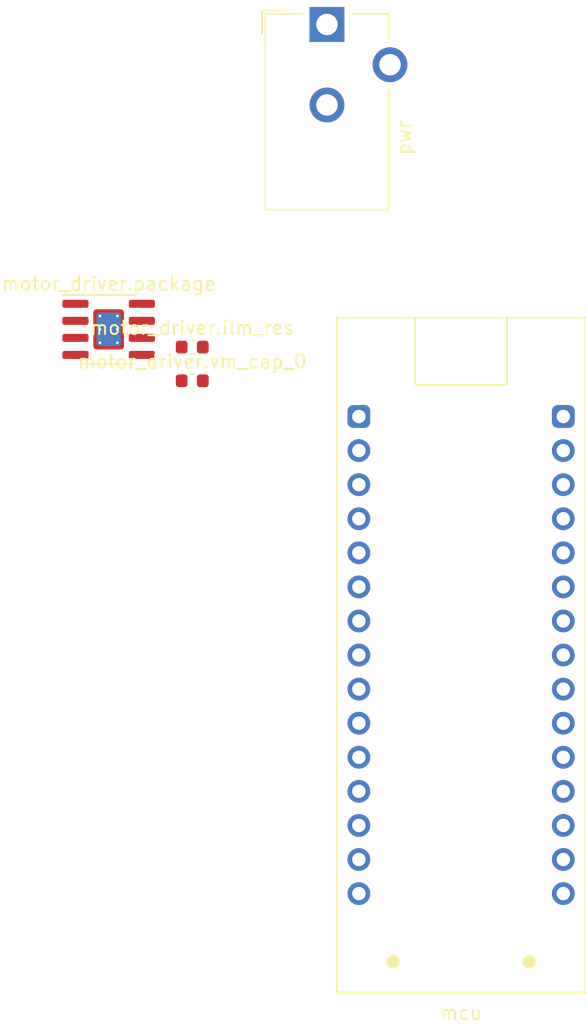
<source format=kicad_pcb>
(kicad_pcb (version 20171130) (host pcbnew "(5.1.2)-1")

  (general
    (thickness 1.6)
    (drawings 0)
    (tracks 0)
    (zones 0)
    (modules 5)
    (nets 6)
  )

  (page A4)
  (layers
    (0 F.Cu signal)
    (31 B.Cu signal)
    (32 B.Adhes user)
    (33 F.Adhes user)
    (34 B.Paste user)
    (35 F.Paste user)
    (36 B.SilkS user)
    (37 F.SilkS user)
    (38 B.Mask user)
    (39 F.Mask user)
    (40 Dwgs.User user)
    (41 Cmts.User user)
    (42 Eco1.User user)
    (43 Eco2.User user)
    (44 Edge.Cuts user)
    (45 Margin user)
    (46 B.CrtYd user hide)
    (47 F.CrtYd user hide)
    (48 B.Fab user hide)
    (49 F.Fab user hide)
  )

  (setup
    (last_trace_width 0.16)
    (user_trace_width 0.16)
    (user_trace_width 0.25)
    (user_trace_width 0.5)
    (user_trace_width 1)
    (trace_clearance 0.16)
    (zone_clearance 0.254)
    (zone_45_only no)
    (trace_min 0.16)
    (via_size 0.8)
    (via_drill 0.4)
    (via_min_size 0.4)
    (via_min_drill 0.3)
    (user_via 1.2 0.8)
    (uvia_size 0.3)
    (uvia_drill 0.1)
    (uvias_allowed no)
    (uvia_min_size 0.2)
    (uvia_min_drill 0.1)
    (edge_width 0.05)
    (segment_width 0.2)
    (pcb_text_width 0.3)
    (pcb_text_size 1.5 1.5)
    (mod_edge_width 0.12)
    (mod_text_size 1 1)
    (mod_text_width 0.15)
    (pad_size 1.524 1.524)
    (pad_drill 0.762)
    (pad_to_mask_clearance 0.051)
    (solder_mask_min_width 0.25)
    (aux_axis_origin 0 0)
    (grid_origin 165 16)
    (visible_elements 7FFFFFFF)
    (pcbplotparams
      (layerselection 0x010fc_ffffffff)
      (usegerberextensions false)
      (usegerberattributes false)
      (usegerberadvancedattributes false)
      (creategerberjobfile false)
      (excludeedgelayer true)
      (linewidth 0.100000)
      (plotframeref false)
      (viasonmask false)
      (mode 1)
      (useauxorigin false)
      (hpglpennumber 1)
      (hpglpenspeed 20)
      (hpglpendiameter 15.000000)
      (psnegative false)
      (psa4output false)
      (plotreference true)
      (plotvalue true)
      (plotinvisibletext false)
      (padsonsilk false)
      (subtractmaskfromsilk false)
      (outputformat 1)
      (mirror false)
      (drillshape 1)
      (scaleselection 1)
      (outputdirectory ""))
  )

  (net 0 "")
  (net 1 mcu.digital_17)
  (net 2 motor_driver.in1)
  (net 3 motor_driver.ilm_res.a)
  (net 4 pwr.gnd)
  (net 5 pwr.pwr)

  (net_class Default "This is the default net class."
    (clearance 0.16)
    (trace_width 0.16)
    (via_dia 0.8)
    (via_drill 0.4)
    (uvia_dia 0.3)
    (uvia_drill 0.1)
    (add_net mcu.digital_17)
    (add_net motor_driver.ilm_res.a)
    (add_net motor_driver.in1)
    (add_net pwr.gnd)
    (add_net pwr.pwr)
  )

  (module calisco:Nucleo32 (layer F.Cu) (tedit 5D8AC55D) (tstamp 5D8D35F3)
    (at 145 116)
    (path /mcu)
    (fp_text reference mcu (at 0 26.67) (layer F.SilkS)
      (effects (font (size 1 1) (thickness 0.15)))
    )
    (fp_text value Nucleo-F303K8 (at 0 -26.67) (layer F.Fab)
      (effects (font (size 1 1) (thickness 0.15)))
    )
    (fp_line (start -9.27 -25.145) (end -9.27 25.145) (layer F.SilkS) (width 0.12))
    (fp_line (start -9.27 25.145) (end 9.27 25.145) (layer F.SilkS) (width 0.12))
    (fp_line (start 9.27 25.145) (end 9.27 -25.145) (layer F.SilkS) (width 0.12))
    (fp_line (start 9.27 -25.145) (end -9.27 -25.145) (layer F.SilkS) (width 0.12))
    (fp_circle (center -5.08 22.86) (end -4.83 22.86) (layer F.SilkS) (width 0.5))
    (fp_circle (center 5.08 22.86) (end 5.33 22.86) (layer F.SilkS) (width 0.5))
    (fp_line (start -3.425 -25.145) (end -3.425 -20.145) (layer F.SilkS) (width 0.12))
    (fp_line (start -3.425 -20.145) (end 3.425 -20.145) (layer F.SilkS) (width 0.12))
    (fp_line (start 3.425 -20.145) (end 3.425 -25.145) (layer F.SilkS) (width 0.12))
    (pad 1 thru_hole roundrect (at -7.62 -17.78) (size 1.7 1.7) (drill 1) (layers *.Cu *.Mask) (roundrect_rratio 0.25)
      (net 1 mcu.digital_17))
    (pad 2 thru_hole circle (at -7.62 -15.24) (size 1.7 1.7) (drill 1) (layers *.Cu *.Mask)
      (net 2 motor_driver.in1))
    (pad 3 thru_hole circle (at -7.62 -12.7) (size 1.7 1.7) (drill 1) (layers *.Cu *.Mask))
    (pad 4 thru_hole circle (at -7.62 -10.16) (size 1.7 1.7) (drill 1) (layers *.Cu *.Mask)
      (net 4 pwr.gnd))
    (pad 5 thru_hole circle (at -7.62 -7.62) (size 1.7 1.7) (drill 1) (layers *.Cu *.Mask))
    (pad 6 thru_hole circle (at -7.62 -5.08) (size 1.7 1.7) (drill 1) (layers *.Cu *.Mask))
    (pad 7 thru_hole circle (at -7.62 -2.54) (size 1.7 1.7) (drill 1) (layers *.Cu *.Mask))
    (pad 8 thru_hole circle (at -7.62 0) (size 1.7 1.7) (drill 1) (layers *.Cu *.Mask))
    (pad 9 thru_hole circle (at -7.62 2.54) (size 1.7 1.7) (drill 1) (layers *.Cu *.Mask))
    (pad 10 thru_hole circle (at -7.62 5.08) (size 1.7 1.7) (drill 1) (layers *.Cu *.Mask))
    (pad 11 thru_hole circle (at -7.62 7.62) (size 1.7 1.7) (drill 1) (layers *.Cu *.Mask))
    (pad 12 thru_hole circle (at -7.62 10.16) (size 1.7 1.7) (drill 1) (layers *.Cu *.Mask))
    (pad 13 thru_hole circle (at -7.62 12.7) (size 1.7 1.7) (drill 1) (layers *.Cu *.Mask))
    (pad 14 thru_hole circle (at -7.62 15.24) (size 1.7 1.7) (drill 1) (layers *.Cu *.Mask))
    (pad 15 thru_hole circle (at -7.62 17.78) (size 1.7 1.7) (drill 1) (layers *.Cu *.Mask))
    (pad 16 thru_hole roundrect (at 7.62 -17.78) (size 1.7 1.7) (drill 1) (layers *.Cu *.Mask) (roundrect_rratio 0.25))
    (pad 17 thru_hole circle (at 7.62 -15.24) (size 1.7 1.7) (drill 1) (layers *.Cu *.Mask)
      (net 4 pwr.gnd))
    (pad 18 thru_hole circle (at 7.62 -12.7) (size 1.7 1.7) (drill 1) (layers *.Cu *.Mask))
    (pad 19 thru_hole circle (at 7.62 -10.16) (size 1.7 1.7) (drill 1) (layers *.Cu *.Mask))
    (pad 20 thru_hole circle (at 7.62 -7.62) (size 1.7 1.7) (drill 1) (layers *.Cu *.Mask))
    (pad 21 thru_hole circle (at 7.62 -5.08) (size 1.7 1.7) (drill 1) (layers *.Cu *.Mask))
    (pad 22 thru_hole circle (at 7.62 -2.54) (size 1.7 1.7) (drill 1) (layers *.Cu *.Mask))
    (pad 23 thru_hole circle (at 7.62 0) (size 1.7 1.7) (drill 1) (layers *.Cu *.Mask))
    (pad 24 thru_hole circle (at 7.62 2.54) (size 1.7 1.7) (drill 1) (layers *.Cu *.Mask))
    (pad 25 thru_hole circle (at 7.62 5.08) (size 1.7 1.7) (drill 1) (layers *.Cu *.Mask))
    (pad 26 thru_hole circle (at 7.62 7.62) (size 1.7 1.7) (drill 1) (layers *.Cu *.Mask))
    (pad 27 thru_hole circle (at 7.62 10.16) (size 1.7 1.7) (drill 1) (layers *.Cu *.Mask))
    (pad 28 thru_hole circle (at 7.62 12.7) (size 1.7 1.7) (drill 1) (layers *.Cu *.Mask))
    (pad 29 thru_hole circle (at 7.62 15.24) (size 1.7 1.7) (drill 1) (layers *.Cu *.Mask))
    (pad 30 thru_hole circle (at 7.62 17.78) (size 1.7 1.7) (drill 1) (layers *.Cu *.Mask))
  )

  (module Resistor_SMD:R_0603_1608Metric (layer F.Cu) (tedit 5B301BBD) (tstamp 5D8D88E1)
    (at 124.955001 93.045001)
    (descr "Resistor SMD 0603 (1608 Metric), square (rectangular) end terminal, IPC_7351 nominal, (Body size source: http://www.tortai-tech.com/upload/download/2011102023233369053.pdf), generated with kicad-footprint-generator")
    (tags resistor)
    (path /motor_driver/ilm_res)
    (attr smd)
    (fp_text reference motor_driver.ilm_res (at 0 -1.43) (layer F.SilkS)
      (effects (font (size 1 1) (thickness 0.15)))
    )
    (fp_text value "33000, 1%, 0.1W" (at 0 1.43) (layer F.Fab)
      (effects (font (size 1 1) (thickness 0.15)))
    )
    (fp_line (start -0.8 0.4) (end -0.8 -0.4) (layer F.Fab) (width 0.1))
    (fp_line (start -0.8 -0.4) (end 0.8 -0.4) (layer F.Fab) (width 0.1))
    (fp_line (start 0.8 -0.4) (end 0.8 0.4) (layer F.Fab) (width 0.1))
    (fp_line (start 0.8 0.4) (end -0.8 0.4) (layer F.Fab) (width 0.1))
    (fp_line (start -0.162779 -0.51) (end 0.162779 -0.51) (layer F.SilkS) (width 0.12))
    (fp_line (start -0.162779 0.51) (end 0.162779 0.51) (layer F.SilkS) (width 0.12))
    (fp_line (start -1.48 0.73) (end -1.48 -0.73) (layer F.CrtYd) (width 0.05))
    (fp_line (start -1.48 -0.73) (end 1.48 -0.73) (layer F.CrtYd) (width 0.05))
    (fp_line (start 1.48 -0.73) (end 1.48 0.73) (layer F.CrtYd) (width 0.05))
    (fp_line (start 1.48 0.73) (end -1.48 0.73) (layer F.CrtYd) (width 0.05))
    (fp_text user %R (at 0 0) (layer F.Fab)
      (effects (font (size 0.4 0.4) (thickness 0.06)))
    )
    (pad 1 smd roundrect (at -0.7875 0) (size 0.875 0.95) (layers F.Cu F.Paste F.Mask) (roundrect_rratio 0.25)
      (net 3 motor_driver.ilm_res.a))
    (pad 2 smd roundrect (at 0.7875 0) (size 0.875 0.95) (layers F.Cu F.Paste F.Mask) (roundrect_rratio 0.25)
      (net 4 pwr.gnd))
    (model ${KISYS3DMOD}/Resistor_SMD.3dshapes/R_0603_1608Metric.wrl
      (at (xyz 0 0 0))
      (scale (xyz 1 1 1))
      (rotate (xyz 0 0 0))
    )
  )

  (module Package_SO:SOIC-8-1EP_3.9x4.9mm_P1.27mm_EP2.29x3mm_ThermalVias (layer F.Cu) (tedit 5C56E16F) (tstamp 5D8D8907)
    (at 118.725001 91.725001)
    (descr "SOIC, 8 Pin (https://www.analog.com/media/en/technical-documentation/data-sheets/ada4898-1_4898-2.pdf#page=29), generated with kicad-footprint-generator ipc_gullwing_generator.py")
    (tags "SOIC SO")
    (path /motor_driver/package)
    (attr smd)
    (fp_text reference motor_driver.package (at 0 -3.4) (layer F.SilkS)
      (effects (font (size 1 1) (thickness 0.15)))
    )
    (fp_text value DRV8871 (at 0 3.4) (layer F.Fab)
      (effects (font (size 1 1) (thickness 0.15)))
    )
    (fp_line (start 0 2.56) (end 1.95 2.56) (layer F.SilkS) (width 0.12))
    (fp_line (start 0 2.56) (end -1.95 2.56) (layer F.SilkS) (width 0.12))
    (fp_line (start 0 -2.56) (end 1.95 -2.56) (layer F.SilkS) (width 0.12))
    (fp_line (start 0 -2.56) (end -3.45 -2.56) (layer F.SilkS) (width 0.12))
    (fp_line (start -0.975 -2.45) (end 1.95 -2.45) (layer F.Fab) (width 0.1))
    (fp_line (start 1.95 -2.45) (end 1.95 2.45) (layer F.Fab) (width 0.1))
    (fp_line (start 1.95 2.45) (end -1.95 2.45) (layer F.Fab) (width 0.1))
    (fp_line (start -1.95 2.45) (end -1.95 -1.475) (layer F.Fab) (width 0.1))
    (fp_line (start -1.95 -1.475) (end -0.975 -2.45) (layer F.Fab) (width 0.1))
    (fp_line (start -3.7 -2.7) (end -3.7 2.7) (layer F.CrtYd) (width 0.05))
    (fp_line (start -3.7 2.7) (end 3.7 2.7) (layer F.CrtYd) (width 0.05))
    (fp_line (start 3.7 2.7) (end 3.7 -2.7) (layer F.CrtYd) (width 0.05))
    (fp_line (start 3.7 -2.7) (end -3.7 -2.7) (layer F.CrtYd) (width 0.05))
    (fp_text user %R (at 0 0) (layer F.Fab)
      (effects (font (size 0.98 0.98) (thickness 0.15)))
    )
    (pad 9 smd roundrect (at 0 0) (size 2.29 3) (layers F.Cu F.Mask) (roundrect_rratio 0.10917)
      (net 4 pwr.gnd))
    (pad 9 thru_hole circle (at -0.65 -1) (size 0.5 0.5) (drill 0.2) (layers *.Cu)
      (net 4 pwr.gnd))
    (pad 9 thru_hole circle (at 0.65 -1) (size 0.5 0.5) (drill 0.2) (layers *.Cu)
      (net 4 pwr.gnd))
    (pad 9 thru_hole circle (at -0.65 0) (size 0.5 0.5) (drill 0.2) (layers *.Cu)
      (net 4 pwr.gnd))
    (pad 9 thru_hole circle (at 0.65 0) (size 0.5 0.5) (drill 0.2) (layers *.Cu)
      (net 4 pwr.gnd))
    (pad 9 thru_hole circle (at -0.65 1) (size 0.5 0.5) (drill 0.2) (layers *.Cu)
      (net 4 pwr.gnd))
    (pad 9 thru_hole circle (at 0.65 1) (size 0.5 0.5) (drill 0.2) (layers *.Cu)
      (net 4 pwr.gnd))
    (pad 9 smd roundrect (at 0 0) (size 1.8 2.5) (layers B.Cu) (roundrect_rratio 0.138889)
      (net 4 pwr.gnd))
    (pad "" smd roundrect (at -0.57 -0.75) (size 0.96 1.25) (layers F.Paste) (roundrect_rratio 0.25))
    (pad "" smd roundrect (at -0.57 0.75) (size 0.96 1.25) (layers F.Paste) (roundrect_rratio 0.25))
    (pad "" smd roundrect (at 0.57 -0.75) (size 0.96 1.25) (layers F.Paste) (roundrect_rratio 0.25))
    (pad "" smd roundrect (at 0.57 0.75) (size 0.96 1.25) (layers F.Paste) (roundrect_rratio 0.25))
    (pad 1 smd roundrect (at -2.475 -1.905) (size 1.95 0.6) (layers F.Cu F.Paste F.Mask) (roundrect_rratio 0.25)
      (net 4 pwr.gnd))
    (pad 2 smd roundrect (at -2.475 -0.635) (size 1.95 0.6) (layers F.Cu F.Paste F.Mask) (roundrect_rratio 0.25)
      (net 1 mcu.digital_17))
    (pad 3 smd roundrect (at -2.475 0.635) (size 1.95 0.6) (layers F.Cu F.Paste F.Mask) (roundrect_rratio 0.25)
      (net 2 motor_driver.in1))
    (pad 4 smd roundrect (at -2.475 1.905) (size 1.95 0.6) (layers F.Cu F.Paste F.Mask) (roundrect_rratio 0.25)
      (net 3 motor_driver.ilm_res.a))
    (pad 5 smd roundrect (at 2.475 1.905) (size 1.95 0.6) (layers F.Cu F.Paste F.Mask) (roundrect_rratio 0.25)
      (net 5 pwr.pwr))
    (pad 6 smd roundrect (at 2.475 0.635) (size 1.95 0.6) (layers F.Cu F.Paste F.Mask) (roundrect_rratio 0.25))
    (pad 7 smd roundrect (at 2.475 -0.635) (size 1.95 0.6) (layers F.Cu F.Paste F.Mask) (roundrect_rratio 0.25)
      (net 4 pwr.gnd))
    (pad 8 smd roundrect (at 2.475 -1.905) (size 1.95 0.6) (layers F.Cu F.Paste F.Mask) (roundrect_rratio 0.25))
    (model ${KISYS3DMOD}/Package_SO.3dshapes/SOIC-8-1EP_3.9x4.9mm_P1.27mm_EP2.29x3mm.wrl
      (at (xyz 0 0 0))
      (scale (xyz 1 1 1))
      (rotate (xyz 0 0 0))
    )
  )

  (module Capacitor_SMD:C_0603_1608Metric (layer F.Cu) (tedit 5B301BBE) (tstamp 5D8D8918)
    (at 124.955001 95.555001)
    (descr "Capacitor SMD 0603 (1608 Metric), square (rectangular) end terminal, IPC_7351 nominal, (Body size source: http://www.tortai-tech.com/upload/download/2011102023233369053.pdf), generated with kicad-footprint-generator")
    (tags capacitor)
    (path /motor_driver/vm_cap_0)
    (attr smd)
    (fp_text reference motor_driver.vm_cap_0 (at 0 -1.43) (layer F.SilkS)
      (effects (font (size 1 1) (thickness 0.15)))
    )
    (fp_text value "0.1µF, 50V, CL10B104KB8NNNC" (at 0 1.43) (layer F.Fab)
      (effects (font (size 1 1) (thickness 0.15)))
    )
    (fp_line (start -0.8 0.4) (end -0.8 -0.4) (layer F.Fab) (width 0.1))
    (fp_line (start -0.8 -0.4) (end 0.8 -0.4) (layer F.Fab) (width 0.1))
    (fp_line (start 0.8 -0.4) (end 0.8 0.4) (layer F.Fab) (width 0.1))
    (fp_line (start 0.8 0.4) (end -0.8 0.4) (layer F.Fab) (width 0.1))
    (fp_line (start -0.162779 -0.51) (end 0.162779 -0.51) (layer F.SilkS) (width 0.12))
    (fp_line (start -0.162779 0.51) (end 0.162779 0.51) (layer F.SilkS) (width 0.12))
    (fp_line (start -1.48 0.73) (end -1.48 -0.73) (layer F.CrtYd) (width 0.05))
    (fp_line (start -1.48 -0.73) (end 1.48 -0.73) (layer F.CrtYd) (width 0.05))
    (fp_line (start 1.48 -0.73) (end 1.48 0.73) (layer F.CrtYd) (width 0.05))
    (fp_line (start 1.48 0.73) (end -1.48 0.73) (layer F.CrtYd) (width 0.05))
    (fp_text user %R (at 0 0) (layer F.Fab)
      (effects (font (size 0.4 0.4) (thickness 0.06)))
    )
    (pad 1 smd roundrect (at -0.7875 0) (size 0.875 0.95) (layers F.Cu F.Paste F.Mask) (roundrect_rratio 0.25)
      (net 5 pwr.pwr))
    (pad 2 smd roundrect (at 0.7875 0) (size 0.875 0.95) (layers F.Cu F.Paste F.Mask) (roundrect_rratio 0.25)
      (net 4 pwr.gnd))
    (model ${KISYS3DMOD}/Capacitor_SMD.3dshapes/C_0603_1608Metric.wrl
      (at (xyz 0 0 0))
      (scale (xyz 1 1 1))
      (rotate (xyz 0 0 0))
    )
  )

  (module Connector_BarrelJack:BarrelJack_CUI_PJ-102AH_Horizontal (layer F.Cu) (tedit 5A1DBF38) (tstamp 5D8D8A14)
    (at 135 69)
    (descr "Thin-pin DC Barrel Jack, https://cdn-shop.adafruit.com/datasheets/21mmdcjackDatasheet.pdf")
    (tags "Power Jack")
    (path /pwr)
    (fp_text reference pwr (at 5.75 8.45 90) (layer F.SilkS)
      (effects (font (size 1 1) (thickness 0.15)))
    )
    (fp_text value PJ-102A (at -5.5 6.2 90) (layer F.Fab)
      (effects (font (size 1 1) (thickness 0.15)))
    )
    (fp_text user %R (at 0 6.5) (layer F.Fab)
      (effects (font (size 1 1) (thickness 0.15)))
    )
    (fp_line (start 1.8 -1.8) (end 1.8 -1.2) (layer F.CrtYd) (width 0.05))
    (fp_line (start 1.8 -1.2) (end 5 -1.2) (layer F.CrtYd) (width 0.05))
    (fp_line (start 5 -1.2) (end 5 1.2) (layer F.CrtYd) (width 0.05))
    (fp_line (start 5 1.2) (end 6.5 1.2) (layer F.CrtYd) (width 0.05))
    (fp_line (start 6.5 1.2) (end 6.5 4.8) (layer F.CrtYd) (width 0.05))
    (fp_line (start 6.5 4.8) (end 5 4.8) (layer F.CrtYd) (width 0.05))
    (fp_line (start 5 4.8) (end 5 14.2) (layer F.CrtYd) (width 0.05))
    (fp_line (start 5 14.2) (end -5 14.2) (layer F.CrtYd) (width 0.05))
    (fp_line (start -5 14.2) (end -5 -1.2) (layer F.CrtYd) (width 0.05))
    (fp_line (start -5 -1.2) (end -1.8 -1.2) (layer F.CrtYd) (width 0.05))
    (fp_line (start -1.8 -1.2) (end -1.8 -1.8) (layer F.CrtYd) (width 0.05))
    (fp_line (start -1.8 -1.8) (end 1.8 -1.8) (layer F.CrtYd) (width 0.05))
    (fp_line (start 4.6 4.8) (end 4.6 13.8) (layer F.SilkS) (width 0.12))
    (fp_line (start 4.6 13.8) (end -4.6 13.8) (layer F.SilkS) (width 0.12))
    (fp_line (start -4.6 13.8) (end -4.6 -0.8) (layer F.SilkS) (width 0.12))
    (fp_line (start -4.6 -0.8) (end -1.8 -0.8) (layer F.SilkS) (width 0.12))
    (fp_line (start 1.8 -0.8) (end 4.6 -0.8) (layer F.SilkS) (width 0.12))
    (fp_line (start 4.6 -0.8) (end 4.6 1.2) (layer F.SilkS) (width 0.12))
    (fp_line (start -4.84 0.7) (end -4.84 -1.04) (layer F.SilkS) (width 0.12))
    (fp_line (start -4.84 -1.04) (end -3.1 -1.04) (layer F.SilkS) (width 0.12))
    (fp_line (start 4.5 -0.7) (end 4.5 13.7) (layer F.Fab) (width 0.1))
    (fp_line (start 4.5 13.7) (end -4.5 13.7) (layer F.Fab) (width 0.1))
    (fp_line (start -4.5 13.7) (end -4.5 0.3) (layer F.Fab) (width 0.1))
    (fp_line (start -4.5 0.3) (end -3.5 -0.7) (layer F.Fab) (width 0.1))
    (fp_line (start -3.5 -0.7) (end 4.5 -0.7) (layer F.Fab) (width 0.1))
    (fp_line (start -4.5 10.2) (end 4.5 10.2) (layer F.Fab) (width 0.1))
    (pad 1 thru_hole rect (at 0 0) (size 2.6 2.6) (drill 1.6) (layers *.Cu *.Mask)
      (net 5 pwr.pwr))
    (pad 2 thru_hole circle (at 0 6) (size 2.6 2.6) (drill 1.6) (layers *.Cu *.Mask)
      (net 4 pwr.gnd))
    (pad 3 thru_hole circle (at 4.7 3) (size 2.6 2.6) (drill 1.6) (layers *.Cu *.Mask))
    (model ${KISYS3DMOD}/Connector_BarrelJack.3dshapes/BarrelJack_CUI_PJ-102AH_Horizontal.wrl
      (at (xyz 0 0 0))
      (scale (xyz 1 1 1))
      (rotate (xyz 0 0 0))
    )
  )

)

</source>
